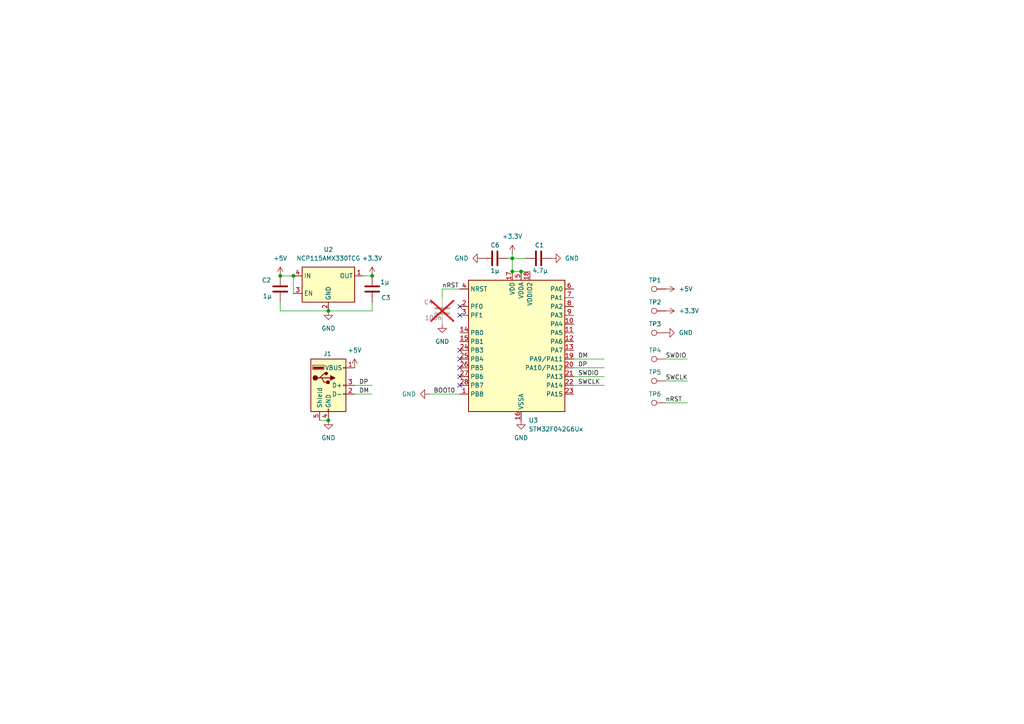
<source format=kicad_sch>
(kicad_sch
	(version 20231120)
	(generator "eeschema")
	(generator_version "8.0")
	(uuid "f235dd1b-57a4-4459-86b4-0864643a9595")
	(paper "A4")
	(lib_symbols
		(symbol "Connector:TestPoint"
			(pin_numbers hide)
			(pin_names
				(offset 0.762) hide)
			(exclude_from_sim no)
			(in_bom yes)
			(on_board yes)
			(property "Reference" "TP"
				(at 0 6.858 0)
				(effects
					(font
						(size 1.27 1.27)
					)
				)
			)
			(property "Value" "TestPoint"
				(at 0 5.08 0)
				(effects
					(font
						(size 1.27 1.27)
					)
				)
			)
			(property "Footprint" ""
				(at 5.08 0 0)
				(effects
					(font
						(size 1.27 1.27)
					)
					(hide yes)
				)
			)
			(property "Datasheet" "~"
				(at 5.08 0 0)
				(effects
					(font
						(size 1.27 1.27)
					)
					(hide yes)
				)
			)
			(property "Description" "test point"
				(at 0 0 0)
				(effects
					(font
						(size 1.27 1.27)
					)
					(hide yes)
				)
			)
			(property "ki_keywords" "test point tp"
				(at 0 0 0)
				(effects
					(font
						(size 1.27 1.27)
					)
					(hide yes)
				)
			)
			(property "ki_fp_filters" "Pin* Test*"
				(at 0 0 0)
				(effects
					(font
						(size 1.27 1.27)
					)
					(hide yes)
				)
			)
			(symbol "TestPoint_0_1"
				(circle
					(center 0 3.302)
					(radius 0.762)
					(stroke
						(width 0)
						(type default)
					)
					(fill
						(type none)
					)
				)
			)
			(symbol "TestPoint_1_1"
				(pin passive line
					(at 0 0 90)
					(length 2.54)
					(name "1"
						(effects
							(font
								(size 1.27 1.27)
							)
						)
					)
					(number "1"
						(effects
							(font
								(size 1.27 1.27)
							)
						)
					)
				)
			)
		)
		(symbol "Connector:USB_A"
			(pin_names
				(offset 1.016)
			)
			(exclude_from_sim no)
			(in_bom yes)
			(on_board yes)
			(property "Reference" "J"
				(at -5.08 11.43 0)
				(effects
					(font
						(size 1.27 1.27)
					)
					(justify left)
				)
			)
			(property "Value" "USB_A"
				(at -5.08 8.89 0)
				(effects
					(font
						(size 1.27 1.27)
					)
					(justify left)
				)
			)
			(property "Footprint" ""
				(at 3.81 -1.27 0)
				(effects
					(font
						(size 1.27 1.27)
					)
					(hide yes)
				)
			)
			(property "Datasheet" " ~"
				(at 3.81 -1.27 0)
				(effects
					(font
						(size 1.27 1.27)
					)
					(hide yes)
				)
			)
			(property "Description" "USB Type A connector"
				(at 0 0 0)
				(effects
					(font
						(size 1.27 1.27)
					)
					(hide yes)
				)
			)
			(property "ki_keywords" "connector USB"
				(at 0 0 0)
				(effects
					(font
						(size 1.27 1.27)
					)
					(hide yes)
				)
			)
			(property "ki_fp_filters" "USB*"
				(at 0 0 0)
				(effects
					(font
						(size 1.27 1.27)
					)
					(hide yes)
				)
			)
			(symbol "USB_A_0_1"
				(rectangle
					(start -5.08 -7.62)
					(end 5.08 7.62)
					(stroke
						(width 0.254)
						(type default)
					)
					(fill
						(type background)
					)
				)
				(circle
					(center -3.81 2.159)
					(radius 0.635)
					(stroke
						(width 0.254)
						(type default)
					)
					(fill
						(type outline)
					)
				)
				(rectangle
					(start -1.524 4.826)
					(end -4.318 5.334)
					(stroke
						(width 0)
						(type default)
					)
					(fill
						(type outline)
					)
				)
				(rectangle
					(start -1.27 4.572)
					(end -4.572 5.842)
					(stroke
						(width 0)
						(type default)
					)
					(fill
						(type none)
					)
				)
				(circle
					(center -0.635 3.429)
					(radius 0.381)
					(stroke
						(width 0.254)
						(type default)
					)
					(fill
						(type outline)
					)
				)
				(rectangle
					(start -0.127 -7.62)
					(end 0.127 -6.858)
					(stroke
						(width 0)
						(type default)
					)
					(fill
						(type none)
					)
				)
				(polyline
					(pts
						(xy -3.175 2.159) (xy -2.54 2.159) (xy -1.27 3.429) (xy -0.635 3.429)
					)
					(stroke
						(width 0.254)
						(type default)
					)
					(fill
						(type none)
					)
				)
				(polyline
					(pts
						(xy -2.54 2.159) (xy -1.905 2.159) (xy -1.27 0.889) (xy 0 0.889)
					)
					(stroke
						(width 0.254)
						(type default)
					)
					(fill
						(type none)
					)
				)
				(polyline
					(pts
						(xy 0.635 2.794) (xy 0.635 1.524) (xy 1.905 2.159) (xy 0.635 2.794)
					)
					(stroke
						(width 0.254)
						(type default)
					)
					(fill
						(type outline)
					)
				)
				(rectangle
					(start 0.254 1.27)
					(end -0.508 0.508)
					(stroke
						(width 0.254)
						(type default)
					)
					(fill
						(type outline)
					)
				)
				(rectangle
					(start 5.08 -2.667)
					(end 4.318 -2.413)
					(stroke
						(width 0)
						(type default)
					)
					(fill
						(type none)
					)
				)
				(rectangle
					(start 5.08 -0.127)
					(end 4.318 0.127)
					(stroke
						(width 0)
						(type default)
					)
					(fill
						(type none)
					)
				)
				(rectangle
					(start 5.08 4.953)
					(end 4.318 5.207)
					(stroke
						(width 0)
						(type default)
					)
					(fill
						(type none)
					)
				)
			)
			(symbol "USB_A_1_1"
				(polyline
					(pts
						(xy -1.905 2.159) (xy 0.635 2.159)
					)
					(stroke
						(width 0.254)
						(type default)
					)
					(fill
						(type none)
					)
				)
				(pin power_in line
					(at 7.62 5.08 180)
					(length 2.54)
					(name "VBUS"
						(effects
							(font
								(size 1.27 1.27)
							)
						)
					)
					(number "1"
						(effects
							(font
								(size 1.27 1.27)
							)
						)
					)
				)
				(pin bidirectional line
					(at 7.62 -2.54 180)
					(length 2.54)
					(name "D-"
						(effects
							(font
								(size 1.27 1.27)
							)
						)
					)
					(number "2"
						(effects
							(font
								(size 1.27 1.27)
							)
						)
					)
				)
				(pin bidirectional line
					(at 7.62 0 180)
					(length 2.54)
					(name "D+"
						(effects
							(font
								(size 1.27 1.27)
							)
						)
					)
					(number "3"
						(effects
							(font
								(size 1.27 1.27)
							)
						)
					)
				)
				(pin power_in line
					(at 0 -10.16 90)
					(length 2.54)
					(name "GND"
						(effects
							(font
								(size 1.27 1.27)
							)
						)
					)
					(number "4"
						(effects
							(font
								(size 1.27 1.27)
							)
						)
					)
				)
				(pin passive line
					(at -2.54 -10.16 90)
					(length 2.54)
					(name "Shield"
						(effects
							(font
								(size 1.27 1.27)
							)
						)
					)
					(number "5"
						(effects
							(font
								(size 1.27 1.27)
							)
						)
					)
				)
			)
		)
		(symbol "Device:C"
			(pin_numbers hide)
			(pin_names
				(offset 0.254)
			)
			(exclude_from_sim no)
			(in_bom yes)
			(on_board yes)
			(property "Reference" "C"
				(at 0.635 2.54 0)
				(effects
					(font
						(size 1.27 1.27)
					)
					(justify left)
				)
			)
			(property "Value" "C"
				(at 0.635 -2.54 0)
				(effects
					(font
						(size 1.27 1.27)
					)
					(justify left)
				)
			)
			(property "Footprint" ""
				(at 0.9652 -3.81 0)
				(effects
					(font
						(size 1.27 1.27)
					)
					(hide yes)
				)
			)
			(property "Datasheet" "~"
				(at 0 0 0)
				(effects
					(font
						(size 1.27 1.27)
					)
					(hide yes)
				)
			)
			(property "Description" "Unpolarized capacitor"
				(at 0 0 0)
				(effects
					(font
						(size 1.27 1.27)
					)
					(hide yes)
				)
			)
			(property "ki_keywords" "cap capacitor"
				(at 0 0 0)
				(effects
					(font
						(size 1.27 1.27)
					)
					(hide yes)
				)
			)
			(property "ki_fp_filters" "C_*"
				(at 0 0 0)
				(effects
					(font
						(size 1.27 1.27)
					)
					(hide yes)
				)
			)
			(symbol "C_0_1"
				(polyline
					(pts
						(xy -2.032 -0.762) (xy 2.032 -0.762)
					)
					(stroke
						(width 0.508)
						(type default)
					)
					(fill
						(type none)
					)
				)
				(polyline
					(pts
						(xy -2.032 0.762) (xy 2.032 0.762)
					)
					(stroke
						(width 0.508)
						(type default)
					)
					(fill
						(type none)
					)
				)
			)
			(symbol "C_1_1"
				(pin passive line
					(at 0 3.81 270)
					(length 2.794)
					(name "~"
						(effects
							(font
								(size 1.27 1.27)
							)
						)
					)
					(number "1"
						(effects
							(font
								(size 1.27 1.27)
							)
						)
					)
				)
				(pin passive line
					(at 0 -3.81 90)
					(length 2.794)
					(name "~"
						(effects
							(font
								(size 1.27 1.27)
							)
						)
					)
					(number "2"
						(effects
							(font
								(size 1.27 1.27)
							)
						)
					)
				)
			)
		)
		(symbol "MCU_ST_STM32F0:STM32F042G6Ux"
			(exclude_from_sim no)
			(in_bom yes)
			(on_board yes)
			(property "Reference" "U"
				(at -12.7 21.59 0)
				(effects
					(font
						(size 1.27 1.27)
					)
					(justify left)
				)
			)
			(property "Value" "STM32F042G6Ux"
				(at 7.62 21.59 0)
				(effects
					(font
						(size 1.27 1.27)
					)
					(justify left)
				)
			)
			(property "Footprint" "Package_DFN_QFN:QFN-28_4x4mm_P0.5mm"
				(at -12.7 -17.78 0)
				(effects
					(font
						(size 1.27 1.27)
					)
					(justify right)
					(hide yes)
				)
			)
			(property "Datasheet" "https://www.st.com/resource/en/datasheet/stm32f042g6.pdf"
				(at 0 0 0)
				(effects
					(font
						(size 1.27 1.27)
					)
					(hide yes)
				)
			)
			(property "Description" "STMicroelectronics Arm Cortex-M0 MCU, 32KB flash, 6KB RAM, 48 MHz, 2.0-3.6V, 23 GPIO, UFQFPN28"
				(at 0 0 0)
				(effects
					(font
						(size 1.27 1.27)
					)
					(hide yes)
				)
			)
			(property "ki_locked" ""
				(at 0 0 0)
				(effects
					(font
						(size 1.27 1.27)
					)
				)
			)
			(property "ki_keywords" "Arm Cortex-M0 STM32F0 STM32F0x2"
				(at 0 0 0)
				(effects
					(font
						(size 1.27 1.27)
					)
					(hide yes)
				)
			)
			(property "ki_fp_filters" "QFN*4x4mm*P0.5mm*"
				(at 0 0 0)
				(effects
					(font
						(size 1.27 1.27)
					)
					(hide yes)
				)
			)
			(symbol "STM32F042G6Ux_0_1"
				(rectangle
					(start -12.7 -17.78)
					(end 15.24 20.32)
					(stroke
						(width 0.254)
						(type default)
					)
					(fill
						(type background)
					)
				)
			)
			(symbol "STM32F042G6Ux_1_1"
				(pin bidirectional line
					(at -15.24 -12.7 0)
					(length 2.54)
					(name "PB8"
						(effects
							(font
								(size 1.27 1.27)
							)
						)
					)
					(number "1"
						(effects
							(font
								(size 1.27 1.27)
							)
						)
					)
					(alternate "CAN_RX" bidirectional line)
					(alternate "CEC" bidirectional line)
					(alternate "I2C1_SCL" bidirectional line)
					(alternate "TIM16_CH1" bidirectional line)
					(alternate "TSC_SYNC" bidirectional line)
				)
				(pin bidirectional line
					(at 17.78 7.62 180)
					(length 2.54)
					(name "PA4"
						(effects
							(font
								(size 1.27 1.27)
							)
						)
					)
					(number "10"
						(effects
							(font
								(size 1.27 1.27)
							)
						)
					)
					(alternate "ADC_IN4" bidirectional line)
					(alternate "I2S1_WS" bidirectional line)
					(alternate "SPI1_NSS" bidirectional line)
					(alternate "TIM14_CH1" bidirectional line)
					(alternate "TSC_G2_IO1" bidirectional line)
					(alternate "USART2_CK" bidirectional line)
					(alternate "USB_NOE" bidirectional line)
				)
				(pin bidirectional line
					(at 17.78 5.08 180)
					(length 2.54)
					(name "PA5"
						(effects
							(font
								(size 1.27 1.27)
							)
						)
					)
					(number "11"
						(effects
							(font
								(size 1.27 1.27)
							)
						)
					)
					(alternate "ADC_IN5" bidirectional line)
					(alternate "CEC" bidirectional line)
					(alternate "I2S1_CK" bidirectional line)
					(alternate "SPI1_SCK" bidirectional line)
					(alternate "TIM2_CH1" bidirectional line)
					(alternate "TIM2_ETR" bidirectional line)
					(alternate "TSC_G2_IO2" bidirectional line)
				)
				(pin bidirectional line
					(at 17.78 2.54 180)
					(length 2.54)
					(name "PA6"
						(effects
							(font
								(size 1.27 1.27)
							)
						)
					)
					(number "12"
						(effects
							(font
								(size 1.27 1.27)
							)
						)
					)
					(alternate "ADC_IN6" bidirectional line)
					(alternate "I2S1_MCK" bidirectional line)
					(alternate "SPI1_MISO" bidirectional line)
					(alternate "TIM16_CH1" bidirectional line)
					(alternate "TIM1_BKIN" bidirectional line)
					(alternate "TIM3_CH1" bidirectional line)
					(alternate "TSC_G2_IO3" bidirectional line)
				)
				(pin bidirectional line
					(at 17.78 0 180)
					(length 2.54)
					(name "PA7"
						(effects
							(font
								(size 1.27 1.27)
							)
						)
					)
					(number "13"
						(effects
							(font
								(size 1.27 1.27)
							)
						)
					)
					(alternate "ADC_IN7" bidirectional line)
					(alternate "I2S1_SD" bidirectional line)
					(alternate "SPI1_MOSI" bidirectional line)
					(alternate "TIM14_CH1" bidirectional line)
					(alternate "TIM17_CH1" bidirectional line)
					(alternate "TIM1_CH1N" bidirectional line)
					(alternate "TIM3_CH2" bidirectional line)
					(alternate "TSC_G2_IO4" bidirectional line)
				)
				(pin bidirectional line
					(at -15.24 5.08 0)
					(length 2.54)
					(name "PB0"
						(effects
							(font
								(size 1.27 1.27)
							)
						)
					)
					(number "14"
						(effects
							(font
								(size 1.27 1.27)
							)
						)
					)
					(alternate "ADC_IN8" bidirectional line)
					(alternate "TIM1_CH2N" bidirectional line)
					(alternate "TIM3_CH3" bidirectional line)
					(alternate "TSC_G3_IO2" bidirectional line)
				)
				(pin bidirectional line
					(at -15.24 2.54 0)
					(length 2.54)
					(name "PB1"
						(effects
							(font
								(size 1.27 1.27)
							)
						)
					)
					(number "15"
						(effects
							(font
								(size 1.27 1.27)
							)
						)
					)
					(alternate "ADC_IN9" bidirectional line)
					(alternate "TIM14_CH1" bidirectional line)
					(alternate "TIM1_CH3N" bidirectional line)
					(alternate "TIM3_CH4" bidirectional line)
					(alternate "TSC_G3_IO3" bidirectional line)
				)
				(pin power_in line
					(at 2.54 -20.32 90)
					(length 2.54)
					(name "VSSA"
						(effects
							(font
								(size 1.27 1.27)
							)
						)
					)
					(number "16"
						(effects
							(font
								(size 1.27 1.27)
							)
						)
					)
				)
				(pin power_in line
					(at 0 22.86 270)
					(length 2.54)
					(name "VDD"
						(effects
							(font
								(size 1.27 1.27)
							)
						)
					)
					(number "17"
						(effects
							(font
								(size 1.27 1.27)
							)
						)
					)
				)
				(pin power_in line
					(at 5.08 22.86 270)
					(length 2.54)
					(name "VDDIO2"
						(effects
							(font
								(size 1.27 1.27)
							)
						)
					)
					(number "18"
						(effects
							(font
								(size 1.27 1.27)
							)
						)
					)
				)
				(pin bidirectional line
					(at 17.78 -2.54 180)
					(length 2.54)
					(name "PA9/PA11"
						(effects
							(font
								(size 1.27 1.27)
							)
						)
					)
					(number "19"
						(effects
							(font
								(size 1.27 1.27)
							)
						)
					)
					(alternate "I2C1_SCL" bidirectional line)
					(alternate "TIM1_CH2" bidirectional line)
					(alternate "TSC_G4_IO1" bidirectional line)
					(alternate "USART1_TX" bidirectional line)
				)
				(pin bidirectional line
					(at -15.24 12.7 0)
					(length 2.54)
					(name "PF0"
						(effects
							(font
								(size 1.27 1.27)
							)
						)
					)
					(number "2"
						(effects
							(font
								(size 1.27 1.27)
							)
						)
					)
					(alternate "CRS_SYNC" bidirectional line)
					(alternate "I2C1_SDA" bidirectional line)
					(alternate "RCC_OSC_IN" bidirectional line)
				)
				(pin bidirectional line
					(at 17.78 -5.08 180)
					(length 2.54)
					(name "PA10/PA12"
						(effects
							(font
								(size 1.27 1.27)
							)
						)
					)
					(number "20"
						(effects
							(font
								(size 1.27 1.27)
							)
						)
					)
					(alternate "I2C1_SDA" bidirectional line)
					(alternate "TIM17_BKIN" bidirectional line)
					(alternate "TIM1_CH3" bidirectional line)
					(alternate "TSC_G4_IO2" bidirectional line)
					(alternate "USART1_RX" bidirectional line)
				)
				(pin bidirectional line
					(at 17.78 -7.62 180)
					(length 2.54)
					(name "PA13"
						(effects
							(font
								(size 1.27 1.27)
							)
						)
					)
					(number "21"
						(effects
							(font
								(size 1.27 1.27)
							)
						)
					)
					(alternate "IR_OUT" bidirectional line)
					(alternate "SYS_SWDIO" bidirectional line)
					(alternate "USB_NOE" bidirectional line)
				)
				(pin bidirectional line
					(at 17.78 -10.16 180)
					(length 2.54)
					(name "PA14"
						(effects
							(font
								(size 1.27 1.27)
							)
						)
					)
					(number "22"
						(effects
							(font
								(size 1.27 1.27)
							)
						)
					)
					(alternate "SYS_SWCLK" bidirectional line)
					(alternate "USART2_TX" bidirectional line)
				)
				(pin bidirectional line
					(at 17.78 -12.7 180)
					(length 2.54)
					(name "PA15"
						(effects
							(font
								(size 1.27 1.27)
							)
						)
					)
					(number "23"
						(effects
							(font
								(size 1.27 1.27)
							)
						)
					)
					(alternate "I2S1_WS" bidirectional line)
					(alternate "SPI1_NSS" bidirectional line)
					(alternate "TIM2_CH1" bidirectional line)
					(alternate "TIM2_ETR" bidirectional line)
					(alternate "USART2_RX" bidirectional line)
					(alternate "USB_NOE" bidirectional line)
				)
				(pin bidirectional line
					(at -15.24 0 0)
					(length 2.54)
					(name "PB3"
						(effects
							(font
								(size 1.27 1.27)
							)
						)
					)
					(number "24"
						(effects
							(font
								(size 1.27 1.27)
							)
						)
					)
					(alternate "I2S1_CK" bidirectional line)
					(alternate "SPI1_SCK" bidirectional line)
					(alternate "TIM2_CH2" bidirectional line)
					(alternate "TSC_G5_IO1" bidirectional line)
				)
				(pin bidirectional line
					(at -15.24 -2.54 0)
					(length 2.54)
					(name "PB4"
						(effects
							(font
								(size 1.27 1.27)
							)
						)
					)
					(number "25"
						(effects
							(font
								(size 1.27 1.27)
							)
						)
					)
					(alternate "I2S1_MCK" bidirectional line)
					(alternate "SPI1_MISO" bidirectional line)
					(alternate "TIM17_BKIN" bidirectional line)
					(alternate "TIM3_CH1" bidirectional line)
					(alternate "TSC_G5_IO2" bidirectional line)
				)
				(pin bidirectional line
					(at -15.24 -5.08 0)
					(length 2.54)
					(name "PB5"
						(effects
							(font
								(size 1.27 1.27)
							)
						)
					)
					(number "26"
						(effects
							(font
								(size 1.27 1.27)
							)
						)
					)
					(alternate "I2C1_SMBA" bidirectional line)
					(alternate "I2S1_SD" bidirectional line)
					(alternate "SPI1_MOSI" bidirectional line)
					(alternate "SYS_WKUP6" bidirectional line)
					(alternate "TIM16_BKIN" bidirectional line)
					(alternate "TIM3_CH2" bidirectional line)
				)
				(pin bidirectional line
					(at -15.24 -7.62 0)
					(length 2.54)
					(name "PB6"
						(effects
							(font
								(size 1.27 1.27)
							)
						)
					)
					(number "27"
						(effects
							(font
								(size 1.27 1.27)
							)
						)
					)
					(alternate "I2C1_SCL" bidirectional line)
					(alternate "TIM16_CH1N" bidirectional line)
					(alternate "TSC_G5_IO3" bidirectional line)
					(alternate "USART1_TX" bidirectional line)
				)
				(pin bidirectional line
					(at -15.24 -10.16 0)
					(length 2.54)
					(name "PB7"
						(effects
							(font
								(size 1.27 1.27)
							)
						)
					)
					(number "28"
						(effects
							(font
								(size 1.27 1.27)
							)
						)
					)
					(alternate "I2C1_SDA" bidirectional line)
					(alternate "TIM17_CH1N" bidirectional line)
					(alternate "TSC_G5_IO4" bidirectional line)
					(alternate "USART1_RX" bidirectional line)
				)
				(pin bidirectional line
					(at -15.24 10.16 0)
					(length 2.54)
					(name "PF1"
						(effects
							(font
								(size 1.27 1.27)
							)
						)
					)
					(number "3"
						(effects
							(font
								(size 1.27 1.27)
							)
						)
					)
					(alternate "I2C1_SCL" bidirectional line)
					(alternate "RCC_OSC_OUT" bidirectional line)
				)
				(pin input line
					(at -15.24 17.78 0)
					(length 2.54)
					(name "NRST"
						(effects
							(font
								(size 1.27 1.27)
							)
						)
					)
					(number "4"
						(effects
							(font
								(size 1.27 1.27)
							)
						)
					)
				)
				(pin power_in line
					(at 2.54 22.86 270)
					(length 2.54)
					(name "VDDA"
						(effects
							(font
								(size 1.27 1.27)
							)
						)
					)
					(number "5"
						(effects
							(font
								(size 1.27 1.27)
							)
						)
					)
				)
				(pin bidirectional line
					(at 17.78 17.78 180)
					(length 2.54)
					(name "PA0"
						(effects
							(font
								(size 1.27 1.27)
							)
						)
					)
					(number "6"
						(effects
							(font
								(size 1.27 1.27)
							)
						)
					)
					(alternate "ADC_IN0" bidirectional line)
					(alternate "RTC_TAMP2" bidirectional line)
					(alternate "SYS_WKUP1" bidirectional line)
					(alternate "TIM2_CH1" bidirectional line)
					(alternate "TIM2_ETR" bidirectional line)
					(alternate "TSC_G1_IO1" bidirectional line)
					(alternate "USART2_CTS" bidirectional line)
				)
				(pin bidirectional line
					(at 17.78 15.24 180)
					(length 2.54)
					(name "PA1"
						(effects
							(font
								(size 1.27 1.27)
							)
						)
					)
					(number "7"
						(effects
							(font
								(size 1.27 1.27)
							)
						)
					)
					(alternate "ADC_IN1" bidirectional line)
					(alternate "TIM2_CH2" bidirectional line)
					(alternate "TSC_G1_IO2" bidirectional line)
					(alternate "USART2_DE" bidirectional line)
					(alternate "USART2_RTS" bidirectional line)
				)
				(pin bidirectional line
					(at 17.78 12.7 180)
					(length 2.54)
					(name "PA2"
						(effects
							(font
								(size 1.27 1.27)
							)
						)
					)
					(number "8"
						(effects
							(font
								(size 1.27 1.27)
							)
						)
					)
					(alternate "ADC_IN2" bidirectional line)
					(alternate "SYS_WKUP4" bidirectional line)
					(alternate "TIM2_CH3" bidirectional line)
					(alternate "TSC_G1_IO3" bidirectional line)
					(alternate "USART2_TX" bidirectional line)
				)
				(pin bidirectional line
					(at 17.78 10.16 180)
					(length 2.54)
					(name "PA3"
						(effects
							(font
								(size 1.27 1.27)
							)
						)
					)
					(number "9"
						(effects
							(font
								(size 1.27 1.27)
							)
						)
					)
					(alternate "ADC_IN3" bidirectional line)
					(alternate "TIM2_CH4" bidirectional line)
					(alternate "TSC_G1_IO4" bidirectional line)
					(alternate "USART2_RX" bidirectional line)
				)
			)
		)
		(symbol "Regulator_Linear:NCP115AMX250TCG"
			(exclude_from_sim no)
			(in_bom yes)
			(on_board yes)
			(property "Reference" "U"
				(at 2.54 10.16 0)
				(effects
					(font
						(size 1.27 1.27)
					)
				)
			)
			(property "Value" "NCP115AMX250TCG"
				(at 10.16 7.62 0)
				(effects
					(font
						(size 1.27 1.27)
					)
				)
			)
			(property "Footprint" "Package_DFN_QFN:OnSemi_XDFN4-1EP_1.0x1.0mm_EP0.52x0.52mm"
				(at 0 0 0)
				(effects
					(font
						(size 1.27 1.27)
					)
					(hide yes)
				)
			)
			(property "Datasheet" "https://www.onsemi.com/pub/Collateral/NCP115-D.PDF"
				(at 0 0 0)
				(effects
					(font
						(size 1.27 1.27)
					)
					(hide yes)
				)
			)
			(property "Description" "300mA Low-Dropout Linear Regulators, 2.5V output voltage, LDO with low noise and enable pin, XDFN-4"
				(at 0 0 0)
				(effects
					(font
						(size 1.27 1.27)
					)
					(hide yes)
				)
			)
			(property "ki_keywords" "Single Output LDO"
				(at 0 0 0)
				(effects
					(font
						(size 1.27 1.27)
					)
					(hide yes)
				)
			)
			(property "ki_fp_filters" "OnSemi*XDFN4*1EP*1.0x1.0mm*"
				(at 0 0 0)
				(effects
					(font
						(size 1.27 1.27)
					)
					(hide yes)
				)
			)
			(symbol "NCP115AMX250TCG_0_1"
				(rectangle
					(start -7.62 5.08)
					(end 7.62 -5.08)
					(stroke
						(width 0.254)
						(type default)
					)
					(fill
						(type background)
					)
				)
			)
			(symbol "NCP115AMX250TCG_1_1"
				(pin power_out line
					(at 10.16 2.54 180)
					(length 2.54)
					(name "OUT"
						(effects
							(font
								(size 1.27 1.27)
							)
						)
					)
					(number "1"
						(effects
							(font
								(size 1.27 1.27)
							)
						)
					)
				)
				(pin power_in line
					(at 0 -7.62 90)
					(length 2.54)
					(name "GND"
						(effects
							(font
								(size 1.27 1.27)
							)
						)
					)
					(number "2"
						(effects
							(font
								(size 1.27 1.27)
							)
						)
					)
				)
				(pin input line
					(at -10.16 -2.54 0)
					(length 2.54)
					(name "EN"
						(effects
							(font
								(size 1.27 1.27)
							)
						)
					)
					(number "3"
						(effects
							(font
								(size 1.27 1.27)
							)
						)
					)
				)
				(pin power_in line
					(at -10.16 2.54 0)
					(length 2.54)
					(name "IN"
						(effects
							(font
								(size 1.27 1.27)
							)
						)
					)
					(number "4"
						(effects
							(font
								(size 1.27 1.27)
							)
						)
					)
				)
				(pin passive line
					(at 0 -7.62 90)
					(length 2.54) hide
					(name "GND"
						(effects
							(font
								(size 1.27 1.27)
							)
						)
					)
					(number "5"
						(effects
							(font
								(size 1.27 1.27)
							)
						)
					)
				)
			)
		)
		(symbol "power:+3.3V"
			(power)
			(pin_numbers hide)
			(pin_names
				(offset 0) hide)
			(exclude_from_sim no)
			(in_bom yes)
			(on_board yes)
			(property "Reference" "#PWR"
				(at 0 -3.81 0)
				(effects
					(font
						(size 1.27 1.27)
					)
					(hide yes)
				)
			)
			(property "Value" "+3.3V"
				(at 0 3.556 0)
				(effects
					(font
						(size 1.27 1.27)
					)
				)
			)
			(property "Footprint" ""
				(at 0 0 0)
				(effects
					(font
						(size 1.27 1.27)
					)
					(hide yes)
				)
			)
			(property "Datasheet" ""
				(at 0 0 0)
				(effects
					(font
						(size 1.27 1.27)
					)
					(hide yes)
				)
			)
			(property "Description" "Power symbol creates a global label with name \"+3.3V\""
				(at 0 0 0)
				(effects
					(font
						(size 1.27 1.27)
					)
					(hide yes)
				)
			)
			(property "ki_keywords" "global power"
				(at 0 0 0)
				(effects
					(font
						(size 1.27 1.27)
					)
					(hide yes)
				)
			)
			(symbol "+3.3V_0_1"
				(polyline
					(pts
						(xy -0.762 1.27) (xy 0 2.54)
					)
					(stroke
						(width 0)
						(type default)
					)
					(fill
						(type none)
					)
				)
				(polyline
					(pts
						(xy 0 0) (xy 0 2.54)
					)
					(stroke
						(width 0)
						(type default)
					)
					(fill
						(type none)
					)
				)
				(polyline
					(pts
						(xy 0 2.54) (xy 0.762 1.27)
					)
					(stroke
						(width 0)
						(type default)
					)
					(fill
						(type none)
					)
				)
			)
			(symbol "+3.3V_1_1"
				(pin power_in line
					(at 0 0 90)
					(length 0)
					(name "~"
						(effects
							(font
								(size 1.27 1.27)
							)
						)
					)
					(number "1"
						(effects
							(font
								(size 1.27 1.27)
							)
						)
					)
				)
			)
		)
		(symbol "power:+5V"
			(power)
			(pin_numbers hide)
			(pin_names
				(offset 0) hide)
			(exclude_from_sim no)
			(in_bom yes)
			(on_board yes)
			(property "Reference" "#PWR"
				(at 0 -3.81 0)
				(effects
					(font
						(size 1.27 1.27)
					)
					(hide yes)
				)
			)
			(property "Value" "+5V"
				(at 0 3.556 0)
				(effects
					(font
						(size 1.27 1.27)
					)
				)
			)
			(property "Footprint" ""
				(at 0 0 0)
				(effects
					(font
						(size 1.27 1.27)
					)
					(hide yes)
				)
			)
			(property "Datasheet" ""
				(at 0 0 0)
				(effects
					(font
						(size 1.27 1.27)
					)
					(hide yes)
				)
			)
			(property "Description" "Power symbol creates a global label with name \"+5V\""
				(at 0 0 0)
				(effects
					(font
						(size 1.27 1.27)
					)
					(hide yes)
				)
			)
			(property "ki_keywords" "global power"
				(at 0 0 0)
				(effects
					(font
						(size 1.27 1.27)
					)
					(hide yes)
				)
			)
			(symbol "+5V_0_1"
				(polyline
					(pts
						(xy -0.762 1.27) (xy 0 2.54)
					)
					(stroke
						(width 0)
						(type default)
					)
					(fill
						(type none)
					)
				)
				(polyline
					(pts
						(xy 0 0) (xy 0 2.54)
					)
					(stroke
						(width 0)
						(type default)
					)
					(fill
						(type none)
					)
				)
				(polyline
					(pts
						(xy 0 2.54) (xy 0.762 1.27)
					)
					(stroke
						(width 0)
						(type default)
					)
					(fill
						(type none)
					)
				)
			)
			(symbol "+5V_1_1"
				(pin power_in line
					(at 0 0 90)
					(length 0)
					(name "~"
						(effects
							(font
								(size 1.27 1.27)
							)
						)
					)
					(number "1"
						(effects
							(font
								(size 1.27 1.27)
							)
						)
					)
				)
			)
		)
		(symbol "power:GND"
			(power)
			(pin_numbers hide)
			(pin_names
				(offset 0) hide)
			(exclude_from_sim no)
			(in_bom yes)
			(on_board yes)
			(property "Reference" "#PWR"
				(at 0 -6.35 0)
				(effects
					(font
						(size 1.27 1.27)
					)
					(hide yes)
				)
			)
			(property "Value" "GND"
				(at 0 -3.81 0)
				(effects
					(font
						(size 1.27 1.27)
					)
				)
			)
			(property "Footprint" ""
				(at 0 0 0)
				(effects
					(font
						(size 1.27 1.27)
					)
					(hide yes)
				)
			)
			(property "Datasheet" ""
				(at 0 0 0)
				(effects
					(font
						(size 1.27 1.27)
					)
					(hide yes)
				)
			)
			(property "Description" "Power symbol creates a global label with name \"GND\" , ground"
				(at 0 0 0)
				(effects
					(font
						(size 1.27 1.27)
					)
					(hide yes)
				)
			)
			(property "ki_keywords" "global power"
				(at 0 0 0)
				(effects
					(font
						(size 1.27 1.27)
					)
					(hide yes)
				)
			)
			(symbol "GND_0_1"
				(polyline
					(pts
						(xy 0 0) (xy 0 -1.27) (xy 1.27 -1.27) (xy 0 -2.54) (xy -1.27 -1.27) (xy 0 -1.27)
					)
					(stroke
						(width 0)
						(type default)
					)
					(fill
						(type none)
					)
				)
			)
			(symbol "GND_1_1"
				(pin power_in line
					(at 0 0 270)
					(length 0)
					(name "~"
						(effects
							(font
								(size 1.27 1.27)
							)
						)
					)
					(number "1"
						(effects
							(font
								(size 1.27 1.27)
							)
						)
					)
				)
			)
		)
	)
	(junction
		(at 81.28 80.01)
		(diameter 0)
		(color 0 0 0 0)
		(uuid "09a4ff53-43ff-47b9-90bb-9f38004dc256")
	)
	(junction
		(at 148.59 74.93)
		(diameter 0)
		(color 0 0 0 0)
		(uuid "0ca60886-556a-421a-9482-d7a19b96e7c5")
	)
	(junction
		(at 151.13 78.74)
		(diameter 0)
		(color 0 0 0 0)
		(uuid "5ea7432b-4a18-4b1f-b9bc-b20280b02515")
	)
	(junction
		(at 107.95 80.01)
		(diameter 0)
		(color 0 0 0 0)
		(uuid "7dd78b31-5845-4449-85f5-07bfa5974ef2")
	)
	(junction
		(at 95.25 90.17)
		(diameter 0)
		(color 0 0 0 0)
		(uuid "91a91e54-0dc3-487c-9385-cce076abd85d")
	)
	(junction
		(at 85.09 80.01)
		(diameter 0)
		(color 0 0 0 0)
		(uuid "9cd4ae2d-7a61-4fe9-b42b-a0d8c1740a8f")
	)
	(junction
		(at 95.25 121.92)
		(diameter 0)
		(color 0 0 0 0)
		(uuid "b9249f48-414b-4a8f-b2a1-be84b123c6f3")
	)
	(junction
		(at 148.59 78.74)
		(diameter 0)
		(color 0 0 0 0)
		(uuid "e4ede023-9ead-481e-a7f8-ff38aa82cefc")
	)
	(no_connect
		(at 133.35 106.68)
		(uuid "0b5c87e1-e743-4a0e-91a3-a0c2941efe0f")
	)
	(no_connect
		(at 133.35 91.44)
		(uuid "6180c060-96b0-48e3-9c52-0a6dae99fa1d")
	)
	(no_connect
		(at 133.35 111.76)
		(uuid "7ccf2d76-afca-4e42-a456-26d4da37b659")
	)
	(no_connect
		(at 133.35 109.22)
		(uuid "8844ce24-281e-4e0f-ab00-1c149ea0f91b")
	)
	(no_connect
		(at 133.35 88.9)
		(uuid "8962c648-40c6-4ca5-b178-30a34875ecad")
	)
	(no_connect
		(at 133.35 104.14)
		(uuid "a30da387-1b55-4810-a599-13e7a27cb9a2")
	)
	(no_connect
		(at 133.35 101.6)
		(uuid "cff40745-69cb-4ff6-9686-f98a88b3ad1b")
	)
	(wire
		(pts
			(xy 148.59 74.93) (xy 148.59 78.74)
		)
		(stroke
			(width 0)
			(type default)
		)
		(uuid "0ed13404-0309-496d-bd59-e1fbf9b9c139")
	)
	(wire
		(pts
			(xy 81.28 87.63) (xy 81.28 90.17)
		)
		(stroke
			(width 0)
			(type default)
		)
		(uuid "13aac78c-f863-4209-9597-871df598e6a2")
	)
	(wire
		(pts
			(xy 148.59 78.74) (xy 151.13 78.74)
		)
		(stroke
			(width 0)
			(type default)
		)
		(uuid "2420277a-0640-4b0b-83e5-74410114a390")
	)
	(wire
		(pts
			(xy 102.87 111.76) (xy 107.95 111.76)
		)
		(stroke
			(width 0)
			(type default)
		)
		(uuid "2fda5831-ee23-4a10-9716-57e174cb2f63")
	)
	(wire
		(pts
			(xy 166.37 104.14) (xy 175.26 104.14)
		)
		(stroke
			(width 0)
			(type default)
		)
		(uuid "3b3161e3-dbce-4933-b1d2-b6e77fda52a9")
	)
	(wire
		(pts
			(xy 128.27 83.82) (xy 128.27 86.36)
		)
		(stroke
			(width 0)
			(type default)
		)
		(uuid "3d761fac-5c1a-4e66-b0ab-6f846bc41e96")
	)
	(wire
		(pts
			(xy 85.09 80.01) (xy 85.09 85.09)
		)
		(stroke
			(width 0)
			(type default)
		)
		(uuid "4b68bf60-378f-4339-94a8-61cbf51c1eb5")
	)
	(wire
		(pts
			(xy 92.71 121.92) (xy 95.25 121.92)
		)
		(stroke
			(width 0)
			(type default)
		)
		(uuid "55c3c02d-5573-4767-8436-32bb18ee7fdf")
	)
	(wire
		(pts
			(xy 148.59 74.93) (xy 152.4 74.93)
		)
		(stroke
			(width 0)
			(type default)
		)
		(uuid "5d8d7dcd-2dc2-459c-88c1-365b5b3fdcbd")
	)
	(wire
		(pts
			(xy 128.27 83.82) (xy 133.35 83.82)
		)
		(stroke
			(width 0)
			(type default)
		)
		(uuid "5f2492a0-0188-492c-aaa5-363442286442")
	)
	(wire
		(pts
			(xy 105.41 80.01) (xy 107.95 80.01)
		)
		(stroke
			(width 0)
			(type default)
		)
		(uuid "635e5ca4-5f06-410b-b1aa-c1139d9e870e")
	)
	(wire
		(pts
			(xy 81.28 90.17) (xy 95.25 90.17)
		)
		(stroke
			(width 0)
			(type default)
		)
		(uuid "67412b3f-aba3-4a50-8709-1b12dd3e1f4f")
	)
	(wire
		(pts
			(xy 151.13 78.74) (xy 153.67 78.74)
		)
		(stroke
			(width 0)
			(type default)
		)
		(uuid "6b7eae49-4498-45d1-ac4a-c115a9899c22")
	)
	(wire
		(pts
			(xy 147.32 74.93) (xy 148.59 74.93)
		)
		(stroke
			(width 0)
			(type default)
		)
		(uuid "769b3e88-9190-4008-8cdd-6cc45ee98239")
	)
	(wire
		(pts
			(xy 148.59 73.66) (xy 148.59 74.93)
		)
		(stroke
			(width 0)
			(type default)
		)
		(uuid "8985fdb7-ce71-4903-8fcc-be3264544660")
	)
	(wire
		(pts
			(xy 166.37 106.68) (xy 175.26 106.68)
		)
		(stroke
			(width 0)
			(type default)
		)
		(uuid "8b171dee-b618-40d1-bf11-6e6fbb14f479")
	)
	(wire
		(pts
			(xy 102.87 114.3) (xy 107.95 114.3)
		)
		(stroke
			(width 0)
			(type default)
		)
		(uuid "ab3a1bb0-d040-4c6f-8dab-1ae92292d2bd")
	)
	(wire
		(pts
			(xy 166.37 111.76) (xy 175.26 111.76)
		)
		(stroke
			(width 0)
			(type default)
		)
		(uuid "ac937543-7236-4c4a-bc2a-1e7f9cb9651d")
	)
	(wire
		(pts
			(xy 107.95 90.17) (xy 95.25 90.17)
		)
		(stroke
			(width 0)
			(type default)
		)
		(uuid "ad58bfdd-23d5-4919-bb7e-b1b769f8fba9")
	)
	(wire
		(pts
			(xy 193.04 104.14) (xy 199.39 104.14)
		)
		(stroke
			(width 0)
			(type default)
		)
		(uuid "aee58caa-fcef-4339-a835-2e4cc92fc4ee")
	)
	(wire
		(pts
			(xy 193.04 116.84) (xy 199.39 116.84)
		)
		(stroke
			(width 0)
			(type default)
		)
		(uuid "b57576e5-62d9-4fec-86bb-9444aa11f2ba")
	)
	(wire
		(pts
			(xy 107.95 87.63) (xy 107.95 90.17)
		)
		(stroke
			(width 0)
			(type default)
		)
		(uuid "b89ee8d9-0346-4e31-9a0c-fccbb47c9be6")
	)
	(wire
		(pts
			(xy 193.04 110.49) (xy 199.39 110.49)
		)
		(stroke
			(width 0)
			(type default)
		)
		(uuid "bd9ff4b1-e6b0-4d1b-8dd6-60d71707c87e")
	)
	(wire
		(pts
			(xy 124.46 114.3) (xy 133.35 114.3)
		)
		(stroke
			(width 0)
			(type default)
		)
		(uuid "db7084c9-19c0-42de-b276-7e7eea72de42")
	)
	(wire
		(pts
			(xy 166.37 109.22) (xy 175.26 109.22)
		)
		(stroke
			(width 0)
			(type default)
		)
		(uuid "f8f8cbed-8b20-4614-bcfd-25f5b691f795")
	)
	(wire
		(pts
			(xy 81.28 80.01) (xy 85.09 80.01)
		)
		(stroke
			(width 0)
			(type default)
		)
		(uuid "f9620258-25b3-497f-8a7a-8b2f4b9bf8f3")
	)
	(label "DM"
		(at 167.64 104.14 0)
		(fields_autoplaced yes)
		(effects
			(font
				(size 1.27 1.27)
			)
			(justify left bottom)
		)
		(uuid "0da736ca-b047-47f8-833c-2d8db8f2bf46")
	)
	(label "nRST"
		(at 193.04 116.84 0)
		(fields_autoplaced yes)
		(effects
			(font
				(size 1.27 1.27)
			)
			(justify left bottom)
		)
		(uuid "493e0d7a-ea16-4568-ac20-7c7305623258")
	)
	(label "SWCLK"
		(at 167.64 111.76 0)
		(fields_autoplaced yes)
		(effects
			(font
				(size 1.27 1.27)
			)
			(justify left bottom)
		)
		(uuid "6b5b5447-e96b-447f-b417-0e8ececacfaf")
	)
	(label "nRST"
		(at 128.27 83.82 0)
		(fields_autoplaced yes)
		(effects
			(font
				(size 1.27 1.27)
			)
			(justify left bottom)
		)
		(uuid "7401c5df-48f6-4f25-9305-6e8ec39e65c0")
	)
	(label "BOOT0"
		(at 125.73 114.3 0)
		(fields_autoplaced yes)
		(effects
			(font
				(size 1.27 1.27)
			)
			(justify left bottom)
		)
		(uuid "ad1df682-1666-4dd1-be8b-4301c3c39920")
	)
	(label "DM"
		(at 104.14 114.3 0)
		(fields_autoplaced yes)
		(effects
			(font
				(size 1.27 1.27)
			)
			(justify left bottom)
		)
		(uuid "b7645302-8a6c-47f4-9334-a798be7f5d62")
	)
	(label "DP"
		(at 104.14 111.76 0)
		(fields_autoplaced yes)
		(effects
			(font
				(size 1.27 1.27)
			)
			(justify left bottom)
		)
		(uuid "be6f33f9-4e5b-4c37-94af-8e925abc242e")
	)
	(label "SWCLK"
		(at 193.04 110.49 0)
		(fields_autoplaced yes)
		(effects
			(font
				(size 1.27 1.27)
			)
			(justify left bottom)
		)
		(uuid "beb8ea93-7d93-4b0e-8ce9-46b61a3c6aa8")
	)
	(label "DP"
		(at 167.64 106.68 0)
		(fields_autoplaced yes)
		(effects
			(font
				(size 1.27 1.27)
			)
			(justify left bottom)
		)
		(uuid "dfafb8c2-b497-45e9-9b94-1fb04f0d2d04")
	)
	(label "SWDIO"
		(at 167.64 109.22 0)
		(fields_autoplaced yes)
		(effects
			(font
				(size 1.27 1.27)
			)
			(justify left bottom)
		)
		(uuid "ee9efa80-21e9-4c56-a733-89b11bc37a9a")
	)
	(label "SWDIO"
		(at 193.04 104.14 0)
		(fields_autoplaced yes)
		(effects
			(font
				(size 1.27 1.27)
			)
			(justify left bottom)
		)
		(uuid "fed184ca-a5d9-408c-ade7-016d5f484786")
	)
	(symbol
		(lib_id "Connector:TestPoint")
		(at 193.04 116.84 90)
		(unit 1)
		(exclude_from_sim no)
		(in_bom no)
		(on_board yes)
		(dnp no)
		(uuid "057d8e91-83cf-4403-ac19-f9fa584e0e81")
		(property "Reference" "TP6"
			(at 189.992 114.3 90)
			(effects
				(font
					(size 1.27 1.27)
				)
			)
		)
		(property "Value" "~"
			(at 189.738 114.3 90)
			(effects
				(font
					(size 1.27 1.27)
				)
			)
		)
		(property "Footprint" "footprints:TestPoint_Pad_D0.8mm"
			(at 193.04 111.76 0)
			(effects
				(font
					(size 1.27 1.27)
				)
				(hide yes)
			)
		)
		(property "Datasheet" "~"
			(at 193.04 111.76 0)
			(effects
				(font
					(size 1.27 1.27)
				)
				(hide yes)
			)
		)
		(property "Description" "test point"
			(at 193.04 116.84 0)
			(effects
				(font
					(size 1.27 1.27)
				)
				(hide yes)
			)
		)
		(pin "1"
			(uuid "7d7f4ed2-0d5c-4158-b75a-47676d9209d2")
		)
		(instances
			(project "USB_Quadrat"
				(path "/f235dd1b-57a4-4459-86b4-0864643a9595"
					(reference "TP6")
					(unit 1)
				)
			)
		)
	)
	(symbol
		(lib_id "power:GND")
		(at 151.13 121.92 0)
		(unit 1)
		(exclude_from_sim no)
		(in_bom yes)
		(on_board yes)
		(dnp no)
		(fields_autoplaced yes)
		(uuid "14b56229-0bdf-41e7-b90b-8d56aca01e8f")
		(property "Reference" "#PWR014"
			(at 151.13 128.27 0)
			(effects
				(font
					(size 1.27 1.27)
				)
				(hide yes)
			)
		)
		(property "Value" "GND"
			(at 151.13 127 0)
			(effects
				(font
					(size 1.27 1.27)
				)
			)
		)
		(property "Footprint" ""
			(at 151.13 121.92 0)
			(effects
				(font
					(size 1.27 1.27)
				)
				(hide yes)
			)
		)
		(property "Datasheet" ""
			(at 151.13 121.92 0)
			(effects
				(font
					(size 1.27 1.27)
				)
				(hide yes)
			)
		)
		(property "Description" "Power symbol creates a global label with name \"GND\" , ground"
			(at 151.13 121.92 0)
			(effects
				(font
					(size 1.27 1.27)
				)
				(hide yes)
			)
		)
		(pin "1"
			(uuid "0137c232-b758-41da-8b40-cc4e3a7cf411")
		)
		(instances
			(project "USB_Quadrat"
				(path "/f235dd1b-57a4-4459-86b4-0864643a9595"
					(reference "#PWR014")
					(unit 1)
				)
			)
		)
	)
	(symbol
		(lib_id "Device:C")
		(at 156.21 74.93 270)
		(unit 1)
		(exclude_from_sim no)
		(in_bom yes)
		(on_board yes)
		(dnp no)
		(uuid "16c8917a-ebb5-46a7-b6cc-ca58672c4d07")
		(property "Reference" "C1"
			(at 156.464 71.12 90)
			(effects
				(font
					(size 1.27 1.27)
				)
			)
		)
		(property "Value" "4.7µ"
			(at 156.718 78.486 90)
			(effects
				(font
					(size 1.27 1.27)
				)
			)
		)
		(property "Footprint" "footprints:C_0402_1005Metric_noSS"
			(at 152.4 75.8952 0)
			(effects
				(font
					(size 1.27 1.27)
				)
				(hide yes)
			)
		)
		(property "Datasheet" "~"
			(at 156.21 74.93 0)
			(effects
				(font
					(size 1.27 1.27)
				)
				(hide yes)
			)
		)
		(property "Description" "Unpolarized capacitor"
			(at 156.21 74.93 0)
			(effects
				(font
					(size 1.27 1.27)
				)
				(hide yes)
			)
		)
		(pin "1"
			(uuid "57275cdf-a277-4de8-9e23-a77e03f1e28b")
		)
		(pin "2"
			(uuid "ca0258ec-8ff6-4af9-95a9-399c8c308c97")
		)
		(instances
			(project "USB_Quadrat"
				(path "/f235dd1b-57a4-4459-86b4-0864643a9595"
					(reference "C1")
					(unit 1)
				)
			)
		)
	)
	(symbol
		(lib_id "power:+3.3V")
		(at 107.95 80.01 0)
		(unit 1)
		(exclude_from_sim no)
		(in_bom yes)
		(on_board yes)
		(dnp no)
		(fields_autoplaced yes)
		(uuid "18ffe2b9-8837-459a-bf21-ff224516ca91")
		(property "Reference" "#PWR08"
			(at 107.95 83.82 0)
			(effects
				(font
					(size 1.27 1.27)
				)
				(hide yes)
			)
		)
		(property "Value" "+3.3V"
			(at 107.95 74.93 0)
			(effects
				(font
					(size 1.27 1.27)
				)
			)
		)
		(property "Footprint" ""
			(at 107.95 80.01 0)
			(effects
				(font
					(size 1.27 1.27)
				)
				(hide yes)
			)
		)
		(property "Datasheet" ""
			(at 107.95 80.01 0)
			(effects
				(font
					(size 1.27 1.27)
				)
				(hide yes)
			)
		)
		(property "Description" "Power symbol creates a global label with name \"+3.3V\""
			(at 107.95 80.01 0)
			(effects
				(font
					(size 1.27 1.27)
				)
				(hide yes)
			)
		)
		(pin "1"
			(uuid "53b7c6cf-df62-400d-b5c4-bab24afe87bf")
		)
		(instances
			(project "USB_Quadrat"
				(path "/f235dd1b-57a4-4459-86b4-0864643a9595"
					(reference "#PWR08")
					(unit 1)
				)
			)
		)
	)
	(symbol
		(lib_id "power:GND")
		(at 95.25 121.92 0)
		(unit 1)
		(exclude_from_sim no)
		(in_bom yes)
		(on_board yes)
		(dnp no)
		(fields_autoplaced yes)
		(uuid "1968e29e-e039-4af2-805e-cbe35647fcda")
		(property "Reference" "#PWR01"
			(at 95.25 128.27 0)
			(effects
				(font
					(size 1.27 1.27)
				)
				(hide yes)
			)
		)
		(property "Value" "GND"
			(at 95.25 127 0)
			(effects
				(font
					(size 1.27 1.27)
				)
			)
		)
		(property "Footprint" ""
			(at 95.25 121.92 0)
			(effects
				(font
					(size 1.27 1.27)
				)
				(hide yes)
			)
		)
		(property "Datasheet" ""
			(at 95.25 121.92 0)
			(effects
				(font
					(size 1.27 1.27)
				)
				(hide yes)
			)
		)
		(property "Description" "Power symbol creates a global label with name \"GND\" , ground"
			(at 95.25 121.92 0)
			(effects
				(font
					(size 1.27 1.27)
				)
				(hide yes)
			)
		)
		(pin "1"
			(uuid "14e4f234-a155-46fb-af9b-6734369414a3")
		)
		(instances
			(project "USB_Quadrat"
				(path "/f235dd1b-57a4-4459-86b4-0864643a9595"
					(reference "#PWR01")
					(unit 1)
				)
			)
		)
	)
	(symbol
		(lib_id "Connector:TestPoint")
		(at 193.04 104.14 90)
		(unit 1)
		(exclude_from_sim no)
		(in_bom no)
		(on_board yes)
		(dnp no)
		(uuid "2047a8da-507f-4cc8-a64a-abb2b9cf8e12")
		(property "Reference" "TP4"
			(at 189.992 101.6 90)
			(effects
				(font
					(size 1.27 1.27)
				)
			)
		)
		(property "Value" "~"
			(at 189.738 101.6 90)
			(effects
				(font
					(size 1.27 1.27)
				)
			)
		)
		(property "Footprint" "footprints:TestPoint_Pad_D0.8mm"
			(at 193.04 99.06 0)
			(effects
				(font
					(size 1.27 1.27)
				)
				(hide yes)
			)
		)
		(property "Datasheet" "~"
			(at 193.04 99.06 0)
			(effects
				(font
					(size 1.27 1.27)
				)
				(hide yes)
			)
		)
		(property "Description" "test point"
			(at 193.04 104.14 0)
			(effects
				(font
					(size 1.27 1.27)
				)
				(hide yes)
			)
		)
		(pin "1"
			(uuid "12c6f616-4ed1-4026-9b22-4807d386af5e")
		)
		(instances
			(project "USB_Quadrat"
				(path "/f235dd1b-57a4-4459-86b4-0864643a9595"
					(reference "TP4")
					(unit 1)
				)
			)
		)
	)
	(symbol
		(lib_id "power:+5V")
		(at 193.04 83.82 270)
		(unit 1)
		(exclude_from_sim no)
		(in_bom yes)
		(on_board yes)
		(dnp no)
		(fields_autoplaced yes)
		(uuid "2e19d128-e771-49a9-aebd-cf50740ad4e8")
		(property "Reference" "#PWR09"
			(at 189.23 83.82 0)
			(effects
				(font
					(size 1.27 1.27)
				)
				(hide yes)
			)
		)
		(property "Value" "+5V"
			(at 196.85 83.8199 90)
			(effects
				(font
					(size 1.27 1.27)
				)
				(justify left)
			)
		)
		(property "Footprint" ""
			(at 193.04 83.82 0)
			(effects
				(font
					(size 1.27 1.27)
				)
				(hide yes)
			)
		)
		(property "Datasheet" ""
			(at 193.04 83.82 0)
			(effects
				(font
					(size 1.27 1.27)
				)
				(hide yes)
			)
		)
		(property "Description" "Power symbol creates a global label with name \"+5V\""
			(at 193.04 83.82 0)
			(effects
				(font
					(size 1.27 1.27)
				)
				(hide yes)
			)
		)
		(pin "1"
			(uuid "43f1d827-3ea7-42af-b73b-fed91b55e62d")
		)
		(instances
			(project "USB_Quadrat"
				(path "/f235dd1b-57a4-4459-86b4-0864643a9595"
					(reference "#PWR09")
					(unit 1)
				)
			)
		)
	)
	(symbol
		(lib_id "power:GND")
		(at 160.02 74.93 90)
		(unit 1)
		(exclude_from_sim no)
		(in_bom yes)
		(on_board yes)
		(dnp no)
		(fields_autoplaced yes)
		(uuid "34e70f59-3a0e-4f48-84b2-8e183d162dc2")
		(property "Reference" "#PWR04"
			(at 166.37 74.93 0)
			(effects
				(font
					(size 1.27 1.27)
				)
				(hide yes)
			)
		)
		(property "Value" "GND"
			(at 163.83 74.9299 90)
			(effects
				(font
					(size 1.27 1.27)
				)
				(justify right)
			)
		)
		(property "Footprint" ""
			(at 160.02 74.93 0)
			(effects
				(font
					(size 1.27 1.27)
				)
				(hide yes)
			)
		)
		(property "Datasheet" ""
			(at 160.02 74.93 0)
			(effects
				(font
					(size 1.27 1.27)
				)
				(hide yes)
			)
		)
		(property "Description" "Power symbol creates a global label with name \"GND\" , ground"
			(at 160.02 74.93 0)
			(effects
				(font
					(size 1.27 1.27)
				)
				(hide yes)
			)
		)
		(pin "1"
			(uuid "5291b536-6760-49ba-a42b-16895fde7e71")
		)
		(instances
			(project "USB_Quadrat"
				(path "/f235dd1b-57a4-4459-86b4-0864643a9595"
					(reference "#PWR04")
					(unit 1)
				)
			)
		)
	)
	(symbol
		(lib_id "Device:C")
		(at 107.95 83.82 180)
		(unit 1)
		(exclude_from_sim no)
		(in_bom yes)
		(on_board yes)
		(dnp no)
		(uuid "39ffb8fb-c4d4-4cdd-b5df-686c65ad1d26")
		(property "Reference" "C3"
			(at 113.284 86.36 0)
			(effects
				(font
					(size 1.27 1.27)
				)
				(justify left)
			)
		)
		(property "Value" "1µ"
			(at 113.03 81.788 0)
			(effects
				(font
					(size 1.27 1.27)
				)
				(justify left)
			)
		)
		(property "Footprint" "footprints:C_0402_1005Metric_noSS"
			(at 106.9848 80.01 0)
			(effects
				(font
					(size 1.27 1.27)
				)
				(hide yes)
			)
		)
		(property "Datasheet" "~"
			(at 107.95 83.82 0)
			(effects
				(font
					(size 1.27 1.27)
				)
				(hide yes)
			)
		)
		(property "Description" "Unpolarized capacitor"
			(at 107.95 83.82 0)
			(effects
				(font
					(size 1.27 1.27)
				)
				(hide yes)
			)
		)
		(pin "1"
			(uuid "5d348a88-7034-423e-8463-b6a04b115af7")
		)
		(pin "2"
			(uuid "c4043d47-a8ec-40ae-bb5d-ab86723d062b")
		)
		(instances
			(project "USB_Quadrat"
				(path "/f235dd1b-57a4-4459-86b4-0864643a9595"
					(reference "C3")
					(unit 1)
				)
			)
		)
	)
	(symbol
		(lib_id "power:GND")
		(at 95.25 90.17 0)
		(unit 1)
		(exclude_from_sim no)
		(in_bom yes)
		(on_board yes)
		(dnp no)
		(fields_autoplaced yes)
		(uuid "4b94ab32-9935-4c9b-a813-4f3b855ed15b")
		(property "Reference" "#PWR06"
			(at 95.25 96.52 0)
			(effects
				(font
					(size 1.27 1.27)
				)
				(hide yes)
			)
		)
		(property "Value" "GND"
			(at 95.25 95.25 0)
			(effects
				(font
					(size 1.27 1.27)
				)
			)
		)
		(property "Footprint" ""
			(at 95.25 90.17 0)
			(effects
				(font
					(size 1.27 1.27)
				)
				(hide yes)
			)
		)
		(property "Datasheet" ""
			(at 95.25 90.17 0)
			(effects
				(font
					(size 1.27 1.27)
				)
				(hide yes)
			)
		)
		(property "Description" "Power symbol creates a global label with name \"GND\" , ground"
			(at 95.25 90.17 0)
			(effects
				(font
					(size 1.27 1.27)
				)
				(hide yes)
			)
		)
		(pin "1"
			(uuid "3270c160-298a-449d-a789-18eb9211c1e3")
		)
		(instances
			(project "USB_Quadrat"
				(path "/f235dd1b-57a4-4459-86b4-0864643a9595"
					(reference "#PWR06")
					(unit 1)
				)
			)
		)
	)
	(symbol
		(lib_id "power:GND")
		(at 128.27 93.98 0)
		(unit 1)
		(exclude_from_sim no)
		(in_bom yes)
		(on_board yes)
		(dnp no)
		(fields_autoplaced yes)
		(uuid "5534b6d2-97ce-4764-bfd5-8920c06c6d9e")
		(property "Reference" "#PWR012"
			(at 128.27 100.33 0)
			(effects
				(font
					(size 1.27 1.27)
				)
				(hide yes)
			)
		)
		(property "Value" "GND"
			(at 128.27 99.06 0)
			(effects
				(font
					(size 1.27 1.27)
				)
			)
		)
		(property "Footprint" ""
			(at 128.27 93.98 0)
			(effects
				(font
					(size 1.27 1.27)
				)
				(hide yes)
			)
		)
		(property "Datasheet" ""
			(at 128.27 93.98 0)
			(effects
				(font
					(size 1.27 1.27)
				)
				(hide yes)
			)
		)
		(property "Description" "Power symbol creates a global label with name \"GND\" , ground"
			(at 128.27 93.98 0)
			(effects
				(font
					(size 1.27 1.27)
				)
				(hide yes)
			)
		)
		(pin "1"
			(uuid "11fa9530-073e-4ea0-97aa-a56c0699fe90")
		)
		(instances
			(project "USB_Quadrat"
				(path "/f235dd1b-57a4-4459-86b4-0864643a9595"
					(reference "#PWR012")
					(unit 1)
				)
			)
		)
	)
	(symbol
		(lib_id "Device:C")
		(at 81.28 83.82 0)
		(unit 1)
		(exclude_from_sim no)
		(in_bom yes)
		(on_board yes)
		(dnp no)
		(uuid "77a87825-9524-425e-9b8b-6cf70374f23f")
		(property "Reference" "C2"
			(at 75.946 81.28 0)
			(effects
				(font
					(size 1.27 1.27)
				)
				(justify left)
			)
		)
		(property "Value" "1µ"
			(at 76.2 85.852 0)
			(effects
				(font
					(size 1.27 1.27)
				)
				(justify left)
			)
		)
		(property "Footprint" "footprints:C_0402_1005Metric_noSS"
			(at 82.2452 87.63 0)
			(effects
				(font
					(size 1.27 1.27)
				)
				(hide yes)
			)
		)
		(property "Datasheet" "~"
			(at 81.28 83.82 0)
			(effects
				(font
					(size 1.27 1.27)
				)
				(hide yes)
			)
		)
		(property "Description" "Unpolarized capacitor"
			(at 81.28 83.82 0)
			(effects
				(font
					(size 1.27 1.27)
				)
				(hide yes)
			)
		)
		(pin "1"
			(uuid "b7d4686b-47e9-41c1-8636-85d156050b8d")
		)
		(pin "2"
			(uuid "f900f7ef-fef1-40f7-9e58-d518eac41980")
		)
		(instances
			(project "USB_Quadrat"
				(path "/f235dd1b-57a4-4459-86b4-0864643a9595"
					(reference "C2")
					(unit 1)
				)
			)
		)
	)
	(symbol
		(lib_id "Connector:TestPoint")
		(at 193.04 110.49 90)
		(unit 1)
		(exclude_from_sim no)
		(in_bom no)
		(on_board yes)
		(dnp no)
		(uuid "7966b370-07a1-48b9-8ab8-152b1c0dd8a4")
		(property "Reference" "TP5"
			(at 189.992 107.95 90)
			(effects
				(font
					(size 1.27 1.27)
				)
			)
		)
		(property "Value" "~"
			(at 189.738 107.95 90)
			(effects
				(font
					(size 1.27 1.27)
				)
			)
		)
		(property "Footprint" "footprints:TestPoint_Pad_D0.8mm"
			(at 193.04 105.41 0)
			(effects
				(font
					(size 1.27 1.27)
				)
				(hide yes)
			)
		)
		(property "Datasheet" "~"
			(at 193.04 105.41 0)
			(effects
				(font
					(size 1.27 1.27)
				)
				(hide yes)
			)
		)
		(property "Description" "test point"
			(at 193.04 110.49 0)
			(effects
				(font
					(size 1.27 1.27)
				)
				(hide yes)
			)
		)
		(pin "1"
			(uuid "6b336f30-7903-4ad4-a195-6b055e5e2e6f")
		)
		(instances
			(project "USB_Quadrat"
				(path "/f235dd1b-57a4-4459-86b4-0864643a9595"
					(reference "TP5")
					(unit 1)
				)
			)
		)
	)
	(symbol
		(lib_id "Connector:TestPoint")
		(at 193.04 83.82 90)
		(unit 1)
		(exclude_from_sim no)
		(in_bom no)
		(on_board yes)
		(dnp no)
		(uuid "7c6e7f59-e3d5-4d17-89ca-716af8da127e")
		(property "Reference" "TP1"
			(at 189.992 81.28 90)
			(effects
				(font
					(size 1.27 1.27)
				)
			)
		)
		(property "Value" "~"
			(at 189.738 81.28 90)
			(effects
				(font
					(size 1.27 1.27)
				)
			)
		)
		(property "Footprint" "footprints:TestPoint_Pad_D0.8mm"
			(at 193.04 78.74 0)
			(effects
				(font
					(size 1.27 1.27)
				)
				(hide yes)
			)
		)
		(property "Datasheet" "~"
			(at 193.04 78.74 0)
			(effects
				(font
					(size 1.27 1.27)
				)
				(hide yes)
			)
		)
		(property "Description" "test point"
			(at 193.04 83.82 0)
			(effects
				(font
					(size 1.27 1.27)
				)
				(hide yes)
			)
		)
		(pin "1"
			(uuid "1b54621b-9de0-4acb-92db-523dff7a68dc")
		)
		(instances
			(project "USB_Quadrat"
				(path "/f235dd1b-57a4-4459-86b4-0864643a9595"
					(reference "TP1")
					(unit 1)
				)
			)
		)
	)
	(symbol
		(lib_id "power:GND")
		(at 124.46 114.3 270)
		(unit 1)
		(exclude_from_sim no)
		(in_bom yes)
		(on_board yes)
		(dnp no)
		(uuid "8df2dd74-98ce-4fcf-a6fc-9800a9a29301")
		(property "Reference" "#PWR03"
			(at 118.11 114.3 0)
			(effects
				(font
					(size 1.27 1.27)
				)
				(hide yes)
			)
		)
		(property "Value" "GND"
			(at 118.618 114.3 90)
			(effects
				(font
					(size 1.27 1.27)
				)
			)
		)
		(property "Footprint" ""
			(at 124.46 114.3 0)
			(effects
				(font
					(size 1.27 1.27)
				)
				(hide yes)
			)
		)
		(property "Datasheet" ""
			(at 124.46 114.3 0)
			(effects
				(font
					(size 1.27 1.27)
				)
				(hide yes)
			)
		)
		(property "Description" "Power symbol creates a global label with name \"GND\" , ground"
			(at 124.46 114.3 0)
			(effects
				(font
					(size 1.27 1.27)
				)
				(hide yes)
			)
		)
		(pin "1"
			(uuid "0cd10039-f6a4-4325-99da-460cbfb0079e")
		)
		(instances
			(project "USB_Quadrat"
				(path "/f235dd1b-57a4-4459-86b4-0864643a9595"
					(reference "#PWR03")
					(unit 1)
				)
			)
		)
	)
	(symbol
		(lib_id "Device:C")
		(at 143.51 74.93 270)
		(unit 1)
		(exclude_from_sim no)
		(in_bom yes)
		(on_board yes)
		(dnp no)
		(uuid "8ec7f2c2-267d-47ad-8eec-08a762508c77")
		(property "Reference" "C6"
			(at 142.24 71.12 90)
			(effects
				(font
					(size 1.27 1.27)
				)
				(justify left)
			)
		)
		(property "Value" "1µ"
			(at 142.24 78.486 90)
			(effects
				(font
					(size 1.27 1.27)
				)
				(justify left)
			)
		)
		(property "Footprint" "footprints:C_0402_1005Metric_noSS"
			(at 139.7 75.8952 0)
			(effects
				(font
					(size 1.27 1.27)
				)
				(hide yes)
			)
		)
		(property "Datasheet" "~"
			(at 143.51 74.93 0)
			(effects
				(font
					(size 1.27 1.27)
				)
				(hide yes)
			)
		)
		(property "Description" "Unpolarized capacitor"
			(at 143.51 74.93 0)
			(effects
				(font
					(size 1.27 1.27)
				)
				(hide yes)
			)
		)
		(pin "1"
			(uuid "1ec65067-71bc-4115-8cad-52a1ae150695")
		)
		(pin "2"
			(uuid "e698594b-0f9a-4222-809b-0440cb225ec0")
		)
		(instances
			(project "USB_Quadrat"
				(path "/f235dd1b-57a4-4459-86b4-0864643a9595"
					(reference "C6")
					(unit 1)
				)
			)
		)
	)
	(symbol
		(lib_id "power:+5V")
		(at 81.28 80.01 0)
		(unit 1)
		(exclude_from_sim no)
		(in_bom yes)
		(on_board yes)
		(dnp no)
		(fields_autoplaced yes)
		(uuid "a201842b-1d8e-48bf-98f6-d8c93ed3ca30")
		(property "Reference" "#PWR07"
			(at 81.28 83.82 0)
			(effects
				(font
					(size 1.27 1.27)
				)
				(hide yes)
			)
		)
		(property "Value" "+5V"
			(at 81.28 74.93 0)
			(effects
				(font
					(size 1.27 1.27)
				)
			)
		)
		(property "Footprint" ""
			(at 81.28 80.01 0)
			(effects
				(font
					(size 1.27 1.27)
				)
				(hide yes)
			)
		)
		(property "Datasheet" ""
			(at 81.28 80.01 0)
			(effects
				(font
					(size 1.27 1.27)
				)
				(hide yes)
			)
		)
		(property "Description" "Power symbol creates a global label with name \"+5V\""
			(at 81.28 80.01 0)
			(effects
				(font
					(size 1.27 1.27)
				)
				(hide yes)
			)
		)
		(pin "1"
			(uuid "29cc618d-90de-479b-8daa-7291c53edadc")
		)
		(instances
			(project "USB_Quadrat"
				(path "/f235dd1b-57a4-4459-86b4-0864643a9595"
					(reference "#PWR07")
					(unit 1)
				)
			)
		)
	)
	(symbol
		(lib_id "power:+5V")
		(at 102.87 106.68 0)
		(unit 1)
		(exclude_from_sim no)
		(in_bom yes)
		(on_board yes)
		(dnp no)
		(fields_autoplaced yes)
		(uuid "a643b50f-326a-49a9-a160-366ed010a683")
		(property "Reference" "#PWR02"
			(at 102.87 110.49 0)
			(effects
				(font
					(size 1.27 1.27)
				)
				(hide yes)
			)
		)
		(property "Value" "+5V"
			(at 102.87 101.6 0)
			(effects
				(font
					(size 1.27 1.27)
				)
			)
		)
		(property "Footprint" ""
			(at 102.87 106.68 0)
			(effects
				(font
					(size 1.27 1.27)
				)
				(hide yes)
			)
		)
		(property "Datasheet" ""
			(at 102.87 106.68 0)
			(effects
				(font
					(size 1.27 1.27)
				)
				(hide yes)
			)
		)
		(property "Description" "Power symbol creates a global label with name \"+5V\""
			(at 102.87 106.68 0)
			(effects
				(font
					(size 1.27 1.27)
				)
				(hide yes)
			)
		)
		(pin "1"
			(uuid "509e4bd3-eb75-47ab-ae98-49ef837efb9f")
		)
		(instances
			(project "USB_Quadrat"
				(path "/f235dd1b-57a4-4459-86b4-0864643a9595"
					(reference "#PWR02")
					(unit 1)
				)
			)
		)
	)
	(symbol
		(lib_id "power:GND")
		(at 193.04 96.52 90)
		(unit 1)
		(exclude_from_sim no)
		(in_bom yes)
		(on_board yes)
		(dnp no)
		(fields_autoplaced yes)
		(uuid "bad37228-ad42-4fa7-b896-155a3ba94fc3")
		(property "Reference" "#PWR011"
			(at 199.39 96.52 0)
			(effects
				(font
					(size 1.27 1.27)
				)
				(hide yes)
			)
		)
		(property "Value" "GND"
			(at 196.85 96.5199 90)
			(effects
				(font
					(size 1.27 1.27)
				)
				(justify right)
			)
		)
		(property "Footprint" ""
			(at 193.04 96.52 0)
			(effects
				(font
					(size 1.27 1.27)
				)
				(hide yes)
			)
		)
		(property "Datasheet" ""
			(at 193.04 96.52 0)
			(effects
				(font
					(size 1.27 1.27)
				)
				(hide yes)
			)
		)
		(property "Description" "Power symbol creates a global label with name \"GND\" , ground"
			(at 193.04 96.52 0)
			(effects
				(font
					(size 1.27 1.27)
				)
				(hide yes)
			)
		)
		(pin "1"
			(uuid "8a8ebaf3-2351-4e59-9daa-394dc1bdb9a2")
		)
		(instances
			(project "USB_Quadrat"
				(path "/f235dd1b-57a4-4459-86b4-0864643a9595"
					(reference "#PWR011")
					(unit 1)
				)
			)
		)
	)
	(symbol
		(lib_id "Regulator_Linear:NCP115AMX250TCG")
		(at 95.25 82.55 0)
		(unit 1)
		(exclude_from_sim no)
		(in_bom yes)
		(on_board yes)
		(dnp no)
		(fields_autoplaced yes)
		(uuid "bb096326-7614-4d42-80ec-6788ac535334")
		(property "Reference" "U2"
			(at 95.25 72.39 0)
			(effects
				(font
					(size 1.27 1.27)
				)
			)
		)
		(property "Value" "NCP115AMX330TCG"
			(at 95.25 74.93 0)
			(effects
				(font
					(size 1.27 1.27)
				)
			)
		)
		(property "Footprint" "Package_DFN_QFN:OnSemi_XDFN4-1EP_1.0x1.0mm_EP0.52x0.52mm"
			(at 95.25 82.55 0)
			(effects
				(font
					(size 1.27 1.27)
				)
				(hide yes)
			)
		)
		(property "Datasheet" "https://www.onsemi.com/pub/Collateral/NCP115-D.PDF"
			(at 95.25 82.55 0)
			(effects
				(font
					(size 1.27 1.27)
				)
				(hide yes)
			)
		)
		(property "Description" "300mA Low-Dropout Linear Regulators, 2.5V output voltage, LDO with low noise and enable pin, XDFN-4"
			(at 95.25 82.55 0)
			(effects
				(font
					(size 1.27 1.27)
				)
				(hide yes)
			)
		)
		(pin "5"
			(uuid "9ea0d710-1b56-4546-8474-f827ef0ba71a")
		)
		(pin "1"
			(uuid "6ea54174-80db-47b1-8be2-269cfe258797")
		)
		(pin "2"
			(uuid "df3486be-2ebe-4a1f-9f4b-d998860d1121")
		)
		(pin "3"
			(uuid "77b438cb-d08f-41a3-9eec-303b6b7762c7")
		)
		(pin "4"
			(uuid "a014aa5a-1c81-4076-896e-a167c773df3c")
		)
		(instances
			(project "USB_Quadrat"
				(path "/f235dd1b-57a4-4459-86b4-0864643a9595"
					(reference "U2")
					(unit 1)
				)
			)
		)
	)
	(symbol
		(lib_id "Device:C")
		(at 128.27 90.17 0)
		(unit 1)
		(exclude_from_sim no)
		(in_bom no)
		(on_board yes)
		(dnp yes)
		(uuid "c35a18bd-730e-4a9d-9351-42e21d583140")
		(property "Reference" "C4"
			(at 122.936 87.63 0)
			(effects
				(font
					(size 1.27 1.27)
				)
				(justify left)
			)
		)
		(property "Value" "100n"
			(at 123.19 92.202 0)
			(effects
				(font
					(size 1.27 1.27)
				)
				(justify left)
			)
		)
		(property "Footprint" "footprints:C_0402_1005Metric_noSS"
			(at 129.2352 93.98 0)
			(effects
				(font
					(size 1.27 1.27)
				)
				(hide yes)
			)
		)
		(property "Datasheet" "~"
			(at 128.27 90.17 0)
			(effects
				(font
					(size 1.27 1.27)
				)
				(hide yes)
			)
		)
		(property "Description" "Unpolarized capacitor"
			(at 128.27 90.17 0)
			(effects
				(font
					(size 1.27 1.27)
				)
				(hide yes)
			)
		)
		(pin "1"
			(uuid "d6633d29-581d-486b-a5fc-ce9812df9ed4")
		)
		(pin "2"
			(uuid "33e9f552-ee1b-4f16-b687-b016f55ca01c")
		)
		(instances
			(project "USB_Quadrat"
				(path "/f235dd1b-57a4-4459-86b4-0864643a9595"
					(reference "C4")
					(unit 1)
				)
			)
		)
	)
	(symbol
		(lib_id "Connector:USB_A")
		(at 95.25 111.76 0)
		(unit 1)
		(exclude_from_sim no)
		(in_bom no)
		(on_board yes)
		(dnp no)
		(uuid "c6946af2-9874-4ff3-a307-8cb391439a75")
		(property "Reference" "J1"
			(at 94.996 102.616 0)
			(effects
				(font
					(size 1.27 1.27)
				)
			)
		)
		(property "Value" "USB_A"
			(at 95.25 101.6 0)
			(effects
				(font
					(size 1.27 1.27)
				)
				(hide yes)
			)
		)
		(property "Footprint" "footprints:usb-PCB"
			(at 99.06 113.03 0)
			(effects
				(font
					(size 1.27 1.27)
				)
				(hide yes)
			)
		)
		(property "Datasheet" " ~"
			(at 99.06 113.03 0)
			(effects
				(font
					(size 1.27 1.27)
				)
				(hide yes)
			)
		)
		(property "Description" "USB Type A connector"
			(at 95.25 111.76 0)
			(effects
				(font
					(size 1.27 1.27)
				)
				(hide yes)
			)
		)
		(pin "1"
			(uuid "7af4feee-7a25-4664-87cd-422721f9615f")
		)
		(pin "2"
			(uuid "53a128de-7eaf-4ad4-81de-516f19c58ba7")
		)
		(pin "3"
			(uuid "ebe60691-faef-46e1-bf54-6032b66fdf68")
		)
		(pin "4"
			(uuid "1ff8f9a3-d057-4549-80cb-7a5932b5b9f3")
		)
		(pin "5"
			(uuid "f9478875-ae38-4fa2-a8bc-c8648173a7aa")
		)
		(instances
			(project "USB_Quadrat"
				(path "/f235dd1b-57a4-4459-86b4-0864643a9595"
					(reference "J1")
					(unit 1)
				)
			)
		)
	)
	(symbol
		(lib_id "power:GND")
		(at 139.7 74.93 270)
		(unit 1)
		(exclude_from_sim no)
		(in_bom yes)
		(on_board yes)
		(dnp no)
		(fields_autoplaced yes)
		(uuid "ca2e0bef-d80b-4cf4-9439-1dae15c7a4a7")
		(property "Reference" "#PWR05"
			(at 133.35 74.93 0)
			(effects
				(font
					(size 1.27 1.27)
				)
				(hide yes)
			)
		)
		(property "Value" "GND"
			(at 135.89 74.9299 90)
			(effects
				(font
					(size 1.27 1.27)
				)
				(justify right)
			)
		)
		(property "Footprint" ""
			(at 139.7 74.93 0)
			(effects
				(font
					(size 1.27 1.27)
				)
				(hide yes)
			)
		)
		(property "Datasheet" ""
			(at 139.7 74.93 0)
			(effects
				(font
					(size 1.27 1.27)
				)
				(hide yes)
			)
		)
		(property "Description" "Power symbol creates a global label with name \"GND\" , ground"
			(at 139.7 74.93 0)
			(effects
				(font
					(size 1.27 1.27)
				)
				(hide yes)
			)
		)
		(pin "1"
			(uuid "b0a12f50-52dd-4eb4-ae60-f5d5e4934f9d")
		)
		(instances
			(project "USB_Quadrat"
				(path "/f235dd1b-57a4-4459-86b4-0864643a9595"
					(reference "#PWR05")
					(unit 1)
				)
			)
		)
	)
	(symbol
		(lib_id "MCU_ST_STM32F0:STM32F042G6Ux")
		(at 148.59 101.6 0)
		(unit 1)
		(exclude_from_sim no)
		(in_bom yes)
		(on_board yes)
		(dnp no)
		(fields_autoplaced yes)
		(uuid "e3e69bd3-eddc-4d0a-9e4f-94e54333c04a")
		(property "Reference" "U3"
			(at 153.3241 121.92 0)
			(effects
				(font
					(size 1.27 1.27)
				)
				(justify left)
			)
		)
		(property "Value" "STM32F042G6Ux"
			(at 153.3241 124.46 0)
			(effects
				(font
					(size 1.27 1.27)
				)
				(justify left)
			)
		)
		(property "Footprint" "Package_DFN_QFN:QFN-28_4x4mm_P0.5mm"
			(at 135.89 119.38 0)
			(effects
				(font
					(size 1.27 1.27)
				)
				(justify right)
				(hide yes)
			)
		)
		(property "Datasheet" "https://www.st.com/resource/en/datasheet/stm32f042g6.pdf"
			(at 148.59 101.6 0)
			(effects
				(font
					(size 1.27 1.27)
				)
				(hide yes)
			)
		)
		(property "Description" "STMicroelectronics Arm Cortex-M0 MCU, 32KB flash, 6KB RAM, 48 MHz, 2.0-3.6V, 23 GPIO, UFQFPN28"
			(at 148.59 101.6 0)
			(effects
				(font
					(size 1.27 1.27)
				)
				(hide yes)
			)
		)
		(pin "25"
			(uuid "957cbdfb-8e79-48d7-afc9-9471bd46ec8b")
		)
		(pin "26"
			(uuid "65cdb208-b20f-4564-8011-ccf62cd71afb")
		)
		(pin "1"
			(uuid "a0020ef8-d048-419d-8aa7-f7e530a86be9")
		)
		(pin "27"
			(uuid "63ae8b53-17b8-4e01-ab1c-100b44e64a4b")
		)
		(pin "28"
			(uuid "d96c7e49-b055-4ff1-a206-96424b7a90a5")
		)
		(pin "14"
			(uuid "64907697-00d9-45c9-beab-2915e3b6444e")
		)
		(pin "13"
			(uuid "a790a103-f2b6-4e0a-b5f3-1b1a1aab4520")
		)
		(pin "19"
			(uuid "3cf40447-ba32-406a-bae0-53d44603cccd")
		)
		(pin "23"
			(uuid "b854caeb-383b-4572-859a-2dd467f2ef69")
		)
		(pin "3"
			(uuid "19ad313c-725f-4591-8c56-6c8ecb583b72")
		)
		(pin "4"
			(uuid "ab83ebc5-fdc6-4e95-af5f-5ba696aaa6bb")
		)
		(pin "5"
			(uuid "6ee79778-80a8-47ad-bde8-f8ef3dc4103b")
		)
		(pin "7"
			(uuid "a3d23fd2-60c8-4025-a4e2-74f311db3b45")
		)
		(pin "18"
			(uuid "100ae23c-3d74-4a72-95cd-3f05ea5e54c6")
		)
		(pin "8"
			(uuid "a4eddb8f-c20b-4597-99a5-b17af522f9b1")
		)
		(pin "2"
			(uuid "12a06764-d5c3-404e-a79a-39442402a638")
		)
		(pin "6"
			(uuid "5a705063-2450-4554-9d58-1a613a44c5a5")
		)
		(pin "9"
			(uuid "242faadf-77c1-4362-bc81-9ceb6d248dbe")
		)
		(pin "10"
			(uuid "ea237f39-dc39-418e-b3a1-7abbcb28324e")
		)
		(pin "11"
			(uuid "efdb4183-4a83-4b94-8175-147f5e3b2236")
		)
		(pin "12"
			(uuid "ba9adc3f-8f4a-4d55-9497-c91d98da5413")
		)
		(pin "15"
			(uuid "0f7bfaeb-4ccb-4a14-845d-69b644a3d098")
		)
		(pin "16"
			(uuid "bfa642b1-4836-4121-a8d6-7298ba9ee06e")
		)
		(pin "17"
			(uuid "b77694cf-4efc-4952-9f92-5f16ef74ca82")
		)
		(pin "20"
			(uuid "37618ed6-36ea-4cdb-bc91-5bcd7be0e0d8")
		)
		(pin "22"
			(uuid "a2d600ad-984d-4508-bcdb-f186b406e8b3")
		)
		(pin "21"
			(uuid "4177f09c-c5db-461b-a5d7-c6af4eebc22f")
		)
		(pin "24"
			(uuid "b6775bde-e186-4ca7-a37d-81b1c411112a")
		)
		(instances
			(project "USB_Quadrat"
				(path "/f235dd1b-57a4-4459-86b4-0864643a9595"
					(reference "U3")
					(unit 1)
				)
			)
		)
	)
	(symbol
		(lib_id "power:+3.3V")
		(at 193.04 90.17 270)
		(unit 1)
		(exclude_from_sim no)
		(in_bom yes)
		(on_board yes)
		(dnp no)
		(fields_autoplaced yes)
		(uuid "ee8a5fb6-c889-431d-96cf-a854a9aab9a1")
		(property "Reference" "#PWR010"
			(at 189.23 90.17 0)
			(effects
				(font
					(size 1.27 1.27)
				)
				(hide yes)
			)
		)
		(property "Value" "+3.3V"
			(at 196.85 90.1699 90)
			(effects
				(font
					(size 1.27 1.27)
				)
				(justify left)
			)
		)
		(property "Footprint" ""
			(at 193.04 90.17 0)
			(effects
				(font
					(size 1.27 1.27)
				)
				(hide yes)
			)
		)
		(property "Datasheet" ""
			(at 193.04 90.17 0)
			(effects
				(font
					(size 1.27 1.27)
				)
				(hide yes)
			)
		)
		(property "Description" "Power symbol creates a global label with name \"+3.3V\""
			(at 193.04 90.17 0)
			(effects
				(font
					(size 1.27 1.27)
				)
				(hide yes)
			)
		)
		(pin "1"
			(uuid "3caf8df0-01dd-4cac-967a-47abe7fac43e")
		)
		(instances
			(project "USB_Quadrat"
				(path "/f235dd1b-57a4-4459-86b4-0864643a9595"
					(reference "#PWR010")
					(unit 1)
				)
			)
		)
	)
	(symbol
		(lib_id "power:+3.3V")
		(at 148.59 73.66 0)
		(unit 1)
		(exclude_from_sim no)
		(in_bom yes)
		(on_board yes)
		(dnp no)
		(fields_autoplaced yes)
		(uuid "f5a32d01-72fa-43e0-a6e2-ce24e7cf7ca2")
		(property "Reference" "#PWR015"
			(at 148.59 77.47 0)
			(effects
				(font
					(size 1.27 1.27)
				)
				(hide yes)
			)
		)
		(property "Value" "+3.3V"
			(at 148.59 68.58 0)
			(effects
				(font
					(size 1.27 1.27)
				)
			)
		)
		(property "Footprint" ""
			(at 148.59 73.66 0)
			(effects
				(font
					(size 1.27 1.27)
				)
				(hide yes)
			)
		)
		(property "Datasheet" ""
			(at 148.59 73.66 0)
			(effects
				(font
					(size 1.27 1.27)
				)
				(hide yes)
			)
		)
		(property "Description" "Power symbol creates a global label with name \"+3.3V\""
			(at 148.59 73.66 0)
			(effects
				(font
					(size 1.27 1.27)
				)
				(hide yes)
			)
		)
		(pin "1"
			(uuid "fc3eb3bf-6a44-4872-ab82-b191a0e218a0")
		)
		(instances
			(project "USB_Quadrat"
				(path "/f235dd1b-57a4-4459-86b4-0864643a9595"
					(reference "#PWR015")
					(unit 1)
				)
			)
		)
	)
	(symbol
		(lib_id "Connector:TestPoint")
		(at 193.04 96.52 90)
		(unit 1)
		(exclude_from_sim no)
		(in_bom no)
		(on_board yes)
		(dnp no)
		(uuid "f6651437-b421-4f25-8dc5-e9afe4954f89")
		(property "Reference" "TP3"
			(at 189.992 93.98 90)
			(effects
				(font
					(size 1.27 1.27)
				)
			)
		)
		(property "Value" "~"
			(at 189.738 93.98 90)
			(effects
				(font
					(size 1.27 1.27)
				)
			)
		)
		(property "Footprint" "footprints:TestPoint_Pad_D0.8mm"
			(at 193.04 91.44 0)
			(effects
				(font
					(size 1.27 1.27)
				)
				(hide yes)
			)
		)
		(property "Datasheet" "~"
			(at 193.04 91.44 0)
			(effects
				(font
					(size 1.27 1.27)
				)
				(hide yes)
			)
		)
		(property "Description" "test point"
			(at 193.04 96.52 0)
			(effects
				(font
					(size 1.27 1.27)
				)
				(hide yes)
			)
		)
		(pin "1"
			(uuid "ce4dc1e5-8afa-4aef-b151-b53db4550802")
		)
		(instances
			(project "USB_Quadrat"
				(path "/f235dd1b-57a4-4459-86b4-0864643a9595"
					(reference "TP3")
					(unit 1)
				)
			)
		)
	)
	(symbol
		(lib_id "Connector:TestPoint")
		(at 193.04 90.17 90)
		(unit 1)
		(exclude_from_sim no)
		(in_bom no)
		(on_board yes)
		(dnp no)
		(uuid "fa74e0fb-35fa-425c-a0c5-79d8cc4da570")
		(property "Reference" "TP2"
			(at 189.992 87.63 90)
			(effects
				(font
					(size 1.27 1.27)
				)
			)
		)
		(property "Value" "~"
			(at 189.738 87.63 90)
			(effects
				(font
					(size 1.27 1.27)
				)
			)
		)
		(property "Footprint" "footprints:TestPoint_Pad_D0.8mm"
			(at 193.04 85.09 0)
			(effects
				(font
					(size 1.27 1.27)
				)
				(hide yes)
			)
		)
		(property "Datasheet" "~"
			(at 193.04 85.09 0)
			(effects
				(font
					(size 1.27 1.27)
				)
				(hide yes)
			)
		)
		(property "Description" "test point"
			(at 193.04 90.17 0)
			(effects
				(font
					(size 1.27 1.27)
				)
				(hide yes)
			)
		)
		(pin "1"
			(uuid "3b28e502-4f1f-487d-aa40-7a52fce3e695")
		)
		(instances
			(project "USB_Quadrat"
				(path "/f235dd1b-57a4-4459-86b4-0864643a9595"
					(reference "TP2")
					(unit 1)
				)
			)
		)
	)
	(sheet_instances
		(path "/"
			(page "1")
		)
	)
)
</source>
